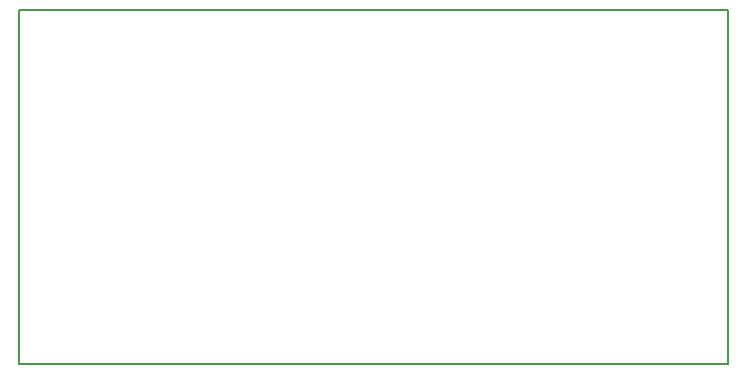
<source format=gko>
G04*
G04 #@! TF.GenerationSoftware,Altium Limited,Altium Designer,20.0.2 (26)*
G04*
G04 Layer_Color=16711935*
%FSLAX44Y44*%
%MOMM*%
G71*
G01*
G75*
%ADD11C,0.2000*%
D11*
X0Y0D02*
X600000D01*
X0D02*
Y300000D01*
X600000D01*
Y0D02*
Y300000D01*
M02*

</source>
